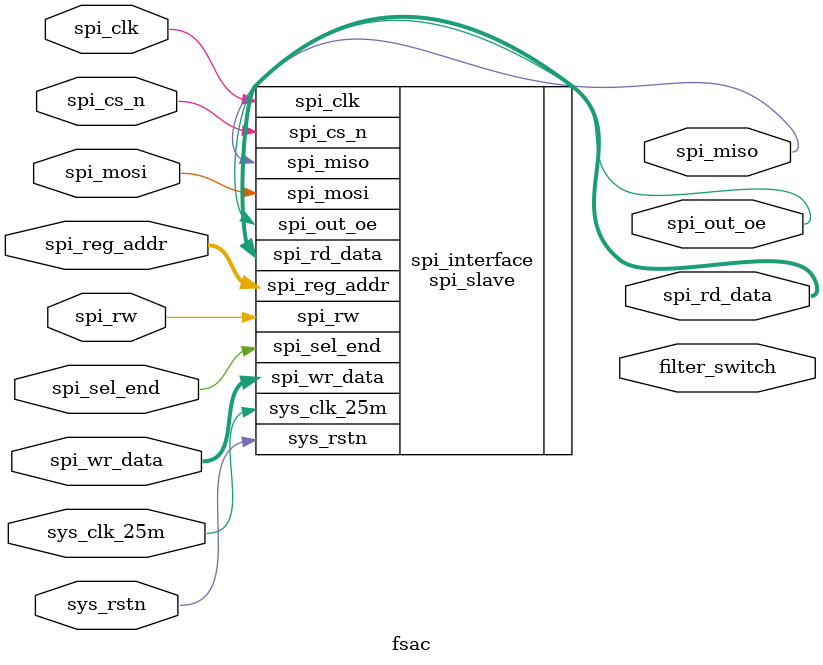
<source format=v>
module fsac
(
	 sys_clk_25m	,
	 sys_rstn		,
	 
	 spi_clk		,
	 spi_cs_n	,
 	 spi_mosi	,
	 spi_miso	,
	 
	 spi_out_oe,
	 spi_rd_data,
	 spi_wr_data,
	 spi_reg_addr,
	 spi_rw,
	 spi_sel_end,
	
	 filter_switch

);
input sys_clk_25m ;
input sys_rstn		;
input spi_clk		;
input spi_mosi		;
input spi_cs_n		;

output spi_miso	;

input	[7:0]	spi_reg_addr	;
input	[7:0]	spi_wr_data		;
output[7:0]	spi_rd_data		;
input			spi_rw			;
output		spi_out_oe		;
input			spi_sel_end		;


output[7:0]	filter_switch	;

spi_slave spi_interface(
// port map - connection between master ports and signals/registers   
	.sys_clk_25m(sys_clk_25m),
	.sys_rstn(sys_rstn),
	.spi_clk(spi_clk),
	.spi_cs_n(spi_cs_n),
	.spi_miso(spi_miso),
	.spi_mosi(spi_mosi),
	
	.spi_out_oe(spi_out_oe),
	.spi_rd_data(spi_rd_data),
	.spi_wr_data(spi_wr_data),
	.spi_reg_addr(spi_reg_addr),
	.spi_rw(spi_rw),
	.spi_sel_end(spi_sel_end)
);




endmodule

</source>
